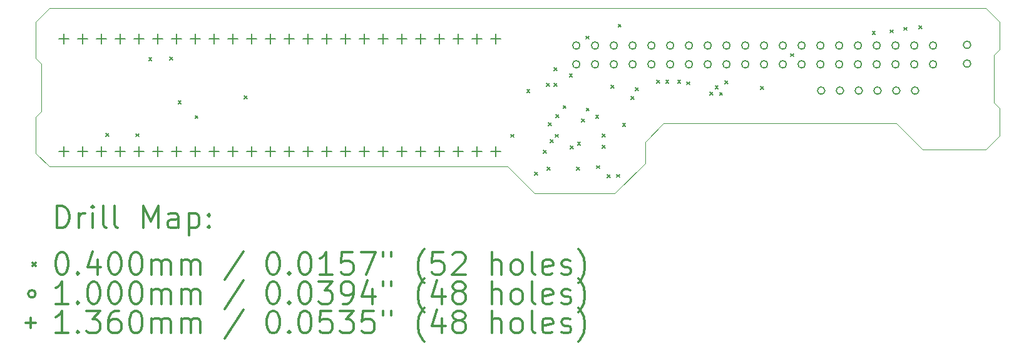
<source format=gbr>
%FSLAX45Y45*%
G04 Gerber Fmt 4.5, Leading zero omitted, Abs format (unit mm)*
G04 Created by KiCad (PCBNEW 5.1.10-88a1d61d58~88~ubuntu18.04.1) date 2021-09-18 16:03:00*
%MOMM*%
%LPD*%
G01*
G04 APERTURE LIST*
%TA.AperFunction,Profile*%
%ADD10C,0.050000*%
%TD*%
%ADD11C,0.200000*%
%ADD12C,0.300000*%
G04 APERTURE END LIST*
D10*
X15540000Y-10537000D02*
X15949000Y-10128000D01*
X15949000Y-9839000D02*
X16196000Y-9592000D01*
X15949000Y-10128000D02*
X15949000Y-9839000D01*
X19352000Y-9592000D02*
X16196000Y-9592000D01*
X19701000Y-9941000D02*
X19352000Y-9592000D01*
X20742000Y-8591000D02*
X20742000Y-8214000D01*
X20669000Y-9311000D02*
X20669000Y-8664000D01*
X20742000Y-9384000D02*
X20669000Y-9311000D01*
X20742000Y-8591000D02*
X20669000Y-8664000D01*
X7780000Y-8781000D02*
X7780000Y-9428000D01*
X7707000Y-8215000D02*
X7707000Y-8708000D01*
X7707000Y-8708000D02*
X7780000Y-8781000D01*
X7707000Y-9501000D02*
X7780000Y-9428000D01*
X20559000Y-8031000D02*
X20742000Y-8214000D01*
X20558000Y-9941000D02*
X20742000Y-9757000D01*
X7889000Y-10176000D02*
X7707000Y-9994000D01*
X14453000Y-10537000D02*
X15540000Y-10537000D01*
X14092000Y-10176000D02*
X14453000Y-10537000D01*
X7891000Y-8031000D02*
X7707000Y-8215000D01*
X7889000Y-10176000D02*
X14092000Y-10176000D01*
X7707000Y-9501000D02*
X7707000Y-9994000D01*
X20558000Y-9941000D02*
X19701000Y-9941000D01*
X20742000Y-9384000D02*
X20742000Y-9757000D01*
X7891000Y-8031000D02*
X20559000Y-8031000D01*
D11*
X8657000Y-9727000D02*
X8697000Y-9767000D01*
X8697000Y-9727000D02*
X8657000Y-9767000D01*
X9063000Y-9729000D02*
X9103000Y-9769000D01*
X9103000Y-9729000D02*
X9063000Y-9769000D01*
X9236000Y-8700000D02*
X9276000Y-8740000D01*
X9276000Y-8700000D02*
X9236000Y-8740000D01*
X9519000Y-8692000D02*
X9559000Y-8732000D01*
X9559000Y-8692000D02*
X9519000Y-8732000D01*
X9633660Y-9285030D02*
X9673660Y-9325030D01*
X9673660Y-9285030D02*
X9633660Y-9325030D01*
X9862450Y-9482998D02*
X9902450Y-9522998D01*
X9902450Y-9482998D02*
X9862450Y-9522998D01*
X10526000Y-9214998D02*
X10566000Y-9254998D01*
X10566000Y-9214998D02*
X10526000Y-9254998D01*
X14135538Y-9736972D02*
X14175538Y-9776972D01*
X14175538Y-9736972D02*
X14135538Y-9776972D01*
X14350000Y-9132000D02*
X14390000Y-9172000D01*
X14390000Y-9132000D02*
X14350000Y-9172000D01*
X14456520Y-10247280D02*
X14496520Y-10287280D01*
X14496520Y-10247280D02*
X14456520Y-10287280D01*
X14573000Y-9952000D02*
X14613000Y-9992000D01*
X14613000Y-9952000D02*
X14573000Y-9992000D01*
X14617820Y-9044760D02*
X14657820Y-9084760D01*
X14657820Y-9044760D02*
X14617820Y-9084760D01*
X14625000Y-10183999D02*
X14665000Y-10223999D01*
X14665000Y-10183999D02*
X14625000Y-10223999D01*
X14641590Y-9578900D02*
X14681590Y-9618900D01*
X14681590Y-9578900D02*
X14641590Y-9618900D01*
X14666070Y-9809120D02*
X14706070Y-9849120D01*
X14706070Y-9809120D02*
X14666070Y-9849120D01*
X14716000Y-8835000D02*
X14756000Y-8875000D01*
X14756000Y-8835000D02*
X14716000Y-8875000D01*
X14719310Y-9044670D02*
X14759310Y-9084670D01*
X14759310Y-9044670D02*
X14719310Y-9084670D01*
X14736800Y-9738380D02*
X14776800Y-9778380D01*
X14776800Y-9738380D02*
X14736800Y-9778380D01*
X14742000Y-9469000D02*
X14782000Y-9509000D01*
X14782000Y-9469000D02*
X14742000Y-9509000D01*
X14840000Y-9348000D02*
X14880000Y-9388000D01*
X14880000Y-9348000D02*
X14840000Y-9388000D01*
X14926000Y-8922000D02*
X14966000Y-8962000D01*
X14966000Y-8922000D02*
X14926000Y-8962000D01*
X14941000Y-9894000D02*
X14981000Y-9934000D01*
X14981000Y-9894000D02*
X14941000Y-9934000D01*
X15023500Y-10183500D02*
X15063500Y-10223500D01*
X15063500Y-10183500D02*
X15023500Y-10223500D01*
X15035502Y-9842499D02*
X15075502Y-9882499D01*
X15075502Y-9842499D02*
X15035502Y-9882499D01*
X15092967Y-9531994D02*
X15132967Y-9571994D01*
X15132967Y-9531994D02*
X15092967Y-9571994D01*
X15148810Y-8408520D02*
X15188810Y-8448520D01*
X15188810Y-8408520D02*
X15148810Y-8448520D01*
X15154640Y-9380850D02*
X15194640Y-9420850D01*
X15194640Y-9380850D02*
X15154640Y-9420850D01*
X15282000Y-9480000D02*
X15322000Y-9520000D01*
X15322000Y-9480000D02*
X15282000Y-9520000D01*
X15295000Y-10161004D02*
X15335000Y-10201004D01*
X15335000Y-10161004D02*
X15295000Y-10201004D01*
X15369780Y-9885210D02*
X15409780Y-9925210D01*
X15409780Y-9885210D02*
X15369780Y-9925210D01*
X15371790Y-9732180D02*
X15411790Y-9772180D01*
X15411790Y-9732180D02*
X15371790Y-9772180D01*
X15438002Y-10282999D02*
X15478002Y-10322999D01*
X15478002Y-10282999D02*
X15438002Y-10322999D01*
X15489000Y-9074000D02*
X15529000Y-9114000D01*
X15529000Y-9074000D02*
X15489000Y-9114000D01*
X15563000Y-10279000D02*
X15603000Y-10319000D01*
X15603000Y-10279000D02*
X15563000Y-10319000D01*
X15586390Y-8248130D02*
X15626390Y-8288130D01*
X15626390Y-8248130D02*
X15586390Y-8288130D01*
X15645928Y-9589684D02*
X15685928Y-9629684D01*
X15685928Y-9589684D02*
X15645928Y-9629684D01*
X15762000Y-9228000D02*
X15802000Y-9268000D01*
X15802000Y-9228000D02*
X15762000Y-9268000D01*
X15816999Y-9104000D02*
X15856999Y-9144000D01*
X15856999Y-9104000D02*
X15816999Y-9144000D01*
X16105500Y-9005500D02*
X16145500Y-9045500D01*
X16145500Y-9005500D02*
X16105500Y-9045500D01*
X16229715Y-9006715D02*
X16269715Y-9046715D01*
X16269715Y-9006715D02*
X16229715Y-9046715D01*
X16391000Y-9004000D02*
X16431000Y-9044000D01*
X16431000Y-9004000D02*
X16391000Y-9044000D01*
X16513001Y-9024992D02*
X16553001Y-9064992D01*
X16553001Y-9024992D02*
X16513001Y-9064992D01*
X16827001Y-9167000D02*
X16867001Y-9207000D01*
X16867001Y-9167000D02*
X16827001Y-9207000D01*
X16897001Y-9081000D02*
X16937001Y-9121000D01*
X16937001Y-9081000D02*
X16897001Y-9121000D01*
X16956410Y-9168924D02*
X16996410Y-9208924D01*
X16996410Y-9168924D02*
X16956410Y-9208924D01*
X17031000Y-9010999D02*
X17071000Y-9050999D01*
X17071000Y-9010999D02*
X17031000Y-9050999D01*
X17509000Y-9087000D02*
X17549000Y-9127000D01*
X17549000Y-9087000D02*
X17509000Y-9127000D01*
X17918000Y-8645000D02*
X17958000Y-8685000D01*
X17958000Y-8645000D02*
X17918000Y-8685000D01*
X19024000Y-8344000D02*
X19064000Y-8384000D01*
X19064000Y-8344000D02*
X19024000Y-8384000D01*
X19262000Y-8323000D02*
X19302000Y-8363000D01*
X19302000Y-8323000D02*
X19262000Y-8363000D01*
X19449000Y-8289000D02*
X19489000Y-8329000D01*
X19489000Y-8289000D02*
X19449000Y-8329000D01*
X19652000Y-8266000D02*
X19692000Y-8306000D01*
X19692000Y-8266000D02*
X19652000Y-8306000D01*
X15069000Y-8536000D02*
G75*
G03*
X15069000Y-8536000I-50000J0D01*
G01*
X15069000Y-8790000D02*
G75*
G03*
X15069000Y-8790000I-50000J0D01*
G01*
X15323000Y-8536000D02*
G75*
G03*
X15323000Y-8536000I-50000J0D01*
G01*
X15323000Y-8790000D02*
G75*
G03*
X15323000Y-8790000I-50000J0D01*
G01*
X15577000Y-8536000D02*
G75*
G03*
X15577000Y-8536000I-50000J0D01*
G01*
X15577000Y-8790000D02*
G75*
G03*
X15577000Y-8790000I-50000J0D01*
G01*
X15831000Y-8536000D02*
G75*
G03*
X15831000Y-8536000I-50000J0D01*
G01*
X15831000Y-8790000D02*
G75*
G03*
X15831000Y-8790000I-50000J0D01*
G01*
X16085000Y-8536000D02*
G75*
G03*
X16085000Y-8536000I-50000J0D01*
G01*
X16085000Y-8790000D02*
G75*
G03*
X16085000Y-8790000I-50000J0D01*
G01*
X16339000Y-8536000D02*
G75*
G03*
X16339000Y-8536000I-50000J0D01*
G01*
X16339000Y-8790000D02*
G75*
G03*
X16339000Y-8790000I-50000J0D01*
G01*
X16593000Y-8536000D02*
G75*
G03*
X16593000Y-8536000I-50000J0D01*
G01*
X16593000Y-8790000D02*
G75*
G03*
X16593000Y-8790000I-50000J0D01*
G01*
X16847000Y-8536000D02*
G75*
G03*
X16847000Y-8536000I-50000J0D01*
G01*
X16847000Y-8790000D02*
G75*
G03*
X16847000Y-8790000I-50000J0D01*
G01*
X17101000Y-8536000D02*
G75*
G03*
X17101000Y-8536000I-50000J0D01*
G01*
X17101000Y-8790000D02*
G75*
G03*
X17101000Y-8790000I-50000J0D01*
G01*
X17355000Y-8536000D02*
G75*
G03*
X17355000Y-8536000I-50000J0D01*
G01*
X17355000Y-8790000D02*
G75*
G03*
X17355000Y-8790000I-50000J0D01*
G01*
X17609000Y-8536000D02*
G75*
G03*
X17609000Y-8536000I-50000J0D01*
G01*
X17609000Y-8790000D02*
G75*
G03*
X17609000Y-8790000I-50000J0D01*
G01*
X17863000Y-8536000D02*
G75*
G03*
X17863000Y-8536000I-50000J0D01*
G01*
X17863000Y-8790000D02*
G75*
G03*
X17863000Y-8790000I-50000J0D01*
G01*
X18117000Y-8536000D02*
G75*
G03*
X18117000Y-8536000I-50000J0D01*
G01*
X18117000Y-8790000D02*
G75*
G03*
X18117000Y-8790000I-50000J0D01*
G01*
X18371000Y-8536000D02*
G75*
G03*
X18371000Y-8536000I-50000J0D01*
G01*
X18371000Y-8790000D02*
G75*
G03*
X18371000Y-8790000I-50000J0D01*
G01*
X18381000Y-9146000D02*
G75*
G03*
X18381000Y-9146000I-50000J0D01*
G01*
X18625000Y-8536000D02*
G75*
G03*
X18625000Y-8536000I-50000J0D01*
G01*
X18625000Y-8790000D02*
G75*
G03*
X18625000Y-8790000I-50000J0D01*
G01*
X18635000Y-9146000D02*
G75*
G03*
X18635000Y-9146000I-50000J0D01*
G01*
X18879000Y-8536000D02*
G75*
G03*
X18879000Y-8536000I-50000J0D01*
G01*
X18879000Y-8790000D02*
G75*
G03*
X18879000Y-8790000I-50000J0D01*
G01*
X18889000Y-9146000D02*
G75*
G03*
X18889000Y-9146000I-50000J0D01*
G01*
X19133000Y-8536000D02*
G75*
G03*
X19133000Y-8536000I-50000J0D01*
G01*
X19133000Y-8790000D02*
G75*
G03*
X19133000Y-8790000I-50000J0D01*
G01*
X19143000Y-9146000D02*
G75*
G03*
X19143000Y-9146000I-50000J0D01*
G01*
X19387000Y-8536000D02*
G75*
G03*
X19387000Y-8536000I-50000J0D01*
G01*
X19387000Y-8790000D02*
G75*
G03*
X19387000Y-8790000I-50000J0D01*
G01*
X19397000Y-9146000D02*
G75*
G03*
X19397000Y-9146000I-50000J0D01*
G01*
X19641000Y-8536000D02*
G75*
G03*
X19641000Y-8536000I-50000J0D01*
G01*
X19641000Y-8790000D02*
G75*
G03*
X19641000Y-8790000I-50000J0D01*
G01*
X19651000Y-9146000D02*
G75*
G03*
X19651000Y-9146000I-50000J0D01*
G01*
X19895000Y-8536000D02*
G75*
G03*
X19895000Y-8536000I-50000J0D01*
G01*
X19895000Y-8790000D02*
G75*
G03*
X19895000Y-8790000I-50000J0D01*
G01*
X20355000Y-8527500D02*
G75*
G03*
X20355000Y-8527500I-50000J0D01*
G01*
X20355000Y-8781500D02*
G75*
G03*
X20355000Y-8781500I-50000J0D01*
G01*
X8089500Y-8377500D02*
X8089500Y-8513500D01*
X8021500Y-8445500D02*
X8157500Y-8445500D01*
X8089500Y-9901500D02*
X8089500Y-10037500D01*
X8021500Y-9969500D02*
X8157500Y-9969500D01*
X8343500Y-8377500D02*
X8343500Y-8513500D01*
X8275500Y-8445500D02*
X8411500Y-8445500D01*
X8343500Y-9901500D02*
X8343500Y-10037500D01*
X8275500Y-9969500D02*
X8411500Y-9969500D01*
X8597500Y-8377500D02*
X8597500Y-8513500D01*
X8529500Y-8445500D02*
X8665500Y-8445500D01*
X8597500Y-9901500D02*
X8597500Y-10037500D01*
X8529500Y-9969500D02*
X8665500Y-9969500D01*
X8851500Y-8377500D02*
X8851500Y-8513500D01*
X8783500Y-8445500D02*
X8919500Y-8445500D01*
X8851500Y-9901500D02*
X8851500Y-10037500D01*
X8783500Y-9969500D02*
X8919500Y-9969500D01*
X9105500Y-8377500D02*
X9105500Y-8513500D01*
X9037500Y-8445500D02*
X9173500Y-8445500D01*
X9105500Y-9901500D02*
X9105500Y-10037500D01*
X9037500Y-9969500D02*
X9173500Y-9969500D01*
X9359500Y-8377500D02*
X9359500Y-8513500D01*
X9291500Y-8445500D02*
X9427500Y-8445500D01*
X9359500Y-9901500D02*
X9359500Y-10037500D01*
X9291500Y-9969500D02*
X9427500Y-9969500D01*
X9613500Y-8377500D02*
X9613500Y-8513500D01*
X9545500Y-8445500D02*
X9681500Y-8445500D01*
X9613500Y-9901500D02*
X9613500Y-10037500D01*
X9545500Y-9969500D02*
X9681500Y-9969500D01*
X9867500Y-8377500D02*
X9867500Y-8513500D01*
X9799500Y-8445500D02*
X9935500Y-8445500D01*
X9867500Y-9901500D02*
X9867500Y-10037500D01*
X9799500Y-9969500D02*
X9935500Y-9969500D01*
X10121500Y-8377500D02*
X10121500Y-8513500D01*
X10053500Y-8445500D02*
X10189500Y-8445500D01*
X10121500Y-9901500D02*
X10121500Y-10037500D01*
X10053500Y-9969500D02*
X10189500Y-9969500D01*
X10375500Y-8377500D02*
X10375500Y-8513500D01*
X10307500Y-8445500D02*
X10443500Y-8445500D01*
X10375500Y-9901500D02*
X10375500Y-10037500D01*
X10307500Y-9969500D02*
X10443500Y-9969500D01*
X10629500Y-8377500D02*
X10629500Y-8513500D01*
X10561500Y-8445500D02*
X10697500Y-8445500D01*
X10629500Y-9901500D02*
X10629500Y-10037500D01*
X10561500Y-9969500D02*
X10697500Y-9969500D01*
X10883500Y-8377500D02*
X10883500Y-8513500D01*
X10815500Y-8445500D02*
X10951500Y-8445500D01*
X10883500Y-9901500D02*
X10883500Y-10037500D01*
X10815500Y-9969500D02*
X10951500Y-9969500D01*
X11137500Y-8377500D02*
X11137500Y-8513500D01*
X11069500Y-8445500D02*
X11205500Y-8445500D01*
X11137500Y-9901500D02*
X11137500Y-10037500D01*
X11069500Y-9969500D02*
X11205500Y-9969500D01*
X11391500Y-8377500D02*
X11391500Y-8513500D01*
X11323500Y-8445500D02*
X11459500Y-8445500D01*
X11391500Y-9901500D02*
X11391500Y-10037500D01*
X11323500Y-9969500D02*
X11459500Y-9969500D01*
X11645500Y-8377500D02*
X11645500Y-8513500D01*
X11577500Y-8445500D02*
X11713500Y-8445500D01*
X11645500Y-9901500D02*
X11645500Y-10037500D01*
X11577500Y-9969500D02*
X11713500Y-9969500D01*
X11899500Y-8377500D02*
X11899500Y-8513500D01*
X11831500Y-8445500D02*
X11967500Y-8445500D01*
X11899500Y-9901500D02*
X11899500Y-10037500D01*
X11831500Y-9969500D02*
X11967500Y-9969500D01*
X12153500Y-8377500D02*
X12153500Y-8513500D01*
X12085500Y-8445500D02*
X12221500Y-8445500D01*
X12153500Y-9901500D02*
X12153500Y-10037500D01*
X12085500Y-9969500D02*
X12221500Y-9969500D01*
X12407500Y-8377500D02*
X12407500Y-8513500D01*
X12339500Y-8445500D02*
X12475500Y-8445500D01*
X12407500Y-9901500D02*
X12407500Y-10037500D01*
X12339500Y-9969500D02*
X12475500Y-9969500D01*
X12661500Y-8377500D02*
X12661500Y-8513500D01*
X12593500Y-8445500D02*
X12729500Y-8445500D01*
X12661500Y-9901500D02*
X12661500Y-10037500D01*
X12593500Y-9969500D02*
X12729500Y-9969500D01*
X12915500Y-8377500D02*
X12915500Y-8513500D01*
X12847500Y-8445500D02*
X12983500Y-8445500D01*
X12915500Y-9901500D02*
X12915500Y-10037500D01*
X12847500Y-9969500D02*
X12983500Y-9969500D01*
X13169500Y-8377500D02*
X13169500Y-8513500D01*
X13101500Y-8445500D02*
X13237500Y-8445500D01*
X13169500Y-9901500D02*
X13169500Y-10037500D01*
X13101500Y-9969500D02*
X13237500Y-9969500D01*
X13423500Y-8377500D02*
X13423500Y-8513500D01*
X13355500Y-8445500D02*
X13491500Y-8445500D01*
X13423500Y-9901500D02*
X13423500Y-10037500D01*
X13355500Y-9969500D02*
X13491500Y-9969500D01*
X13677500Y-8377500D02*
X13677500Y-8513500D01*
X13609500Y-8445500D02*
X13745500Y-8445500D01*
X13677500Y-9901500D02*
X13677500Y-10037500D01*
X13609500Y-9969500D02*
X13745500Y-9969500D01*
X13931500Y-8377500D02*
X13931500Y-8513500D01*
X13863500Y-8445500D02*
X13999500Y-8445500D01*
X13931500Y-9901500D02*
X13931500Y-10037500D01*
X13863500Y-9969500D02*
X13999500Y-9969500D01*
D12*
X7990928Y-11005214D02*
X7990928Y-10705214D01*
X8062357Y-10705214D01*
X8105214Y-10719500D01*
X8133786Y-10748072D01*
X8148071Y-10776643D01*
X8162357Y-10833786D01*
X8162357Y-10876643D01*
X8148071Y-10933786D01*
X8133786Y-10962357D01*
X8105214Y-10990929D01*
X8062357Y-11005214D01*
X7990928Y-11005214D01*
X8290928Y-11005214D02*
X8290928Y-10805214D01*
X8290928Y-10862357D02*
X8305214Y-10833786D01*
X8319500Y-10819500D01*
X8348071Y-10805214D01*
X8376643Y-10805214D01*
X8476643Y-11005214D02*
X8476643Y-10805214D01*
X8476643Y-10705214D02*
X8462357Y-10719500D01*
X8476643Y-10733786D01*
X8490928Y-10719500D01*
X8476643Y-10705214D01*
X8476643Y-10733786D01*
X8662357Y-11005214D02*
X8633786Y-10990929D01*
X8619500Y-10962357D01*
X8619500Y-10705214D01*
X8819500Y-11005214D02*
X8790928Y-10990929D01*
X8776643Y-10962357D01*
X8776643Y-10705214D01*
X9162357Y-11005214D02*
X9162357Y-10705214D01*
X9262357Y-10919500D01*
X9362357Y-10705214D01*
X9362357Y-11005214D01*
X9633786Y-11005214D02*
X9633786Y-10848072D01*
X9619500Y-10819500D01*
X9590928Y-10805214D01*
X9533786Y-10805214D01*
X9505214Y-10819500D01*
X9633786Y-10990929D02*
X9605214Y-11005214D01*
X9533786Y-11005214D01*
X9505214Y-10990929D01*
X9490928Y-10962357D01*
X9490928Y-10933786D01*
X9505214Y-10905214D01*
X9533786Y-10890929D01*
X9605214Y-10890929D01*
X9633786Y-10876643D01*
X9776643Y-10805214D02*
X9776643Y-11105214D01*
X9776643Y-10819500D02*
X9805214Y-10805214D01*
X9862357Y-10805214D01*
X9890928Y-10819500D01*
X9905214Y-10833786D01*
X9919500Y-10862357D01*
X9919500Y-10948072D01*
X9905214Y-10976643D01*
X9890928Y-10990929D01*
X9862357Y-11005214D01*
X9805214Y-11005214D01*
X9776643Y-10990929D01*
X10048071Y-10976643D02*
X10062357Y-10990929D01*
X10048071Y-11005214D01*
X10033786Y-10990929D01*
X10048071Y-10976643D01*
X10048071Y-11005214D01*
X10048071Y-10819500D02*
X10062357Y-10833786D01*
X10048071Y-10848072D01*
X10033786Y-10833786D01*
X10048071Y-10819500D01*
X10048071Y-10848072D01*
X7664500Y-11479500D02*
X7704500Y-11519500D01*
X7704500Y-11479500D02*
X7664500Y-11519500D01*
X8048071Y-11335214D02*
X8076643Y-11335214D01*
X8105214Y-11349500D01*
X8119500Y-11363786D01*
X8133786Y-11392357D01*
X8148071Y-11449500D01*
X8148071Y-11520929D01*
X8133786Y-11578071D01*
X8119500Y-11606643D01*
X8105214Y-11620929D01*
X8076643Y-11635214D01*
X8048071Y-11635214D01*
X8019500Y-11620929D01*
X8005214Y-11606643D01*
X7990928Y-11578071D01*
X7976643Y-11520929D01*
X7976643Y-11449500D01*
X7990928Y-11392357D01*
X8005214Y-11363786D01*
X8019500Y-11349500D01*
X8048071Y-11335214D01*
X8276643Y-11606643D02*
X8290928Y-11620929D01*
X8276643Y-11635214D01*
X8262357Y-11620929D01*
X8276643Y-11606643D01*
X8276643Y-11635214D01*
X8548071Y-11435214D02*
X8548071Y-11635214D01*
X8476643Y-11320929D02*
X8405214Y-11535214D01*
X8590928Y-11535214D01*
X8762357Y-11335214D02*
X8790928Y-11335214D01*
X8819500Y-11349500D01*
X8833786Y-11363786D01*
X8848071Y-11392357D01*
X8862357Y-11449500D01*
X8862357Y-11520929D01*
X8848071Y-11578071D01*
X8833786Y-11606643D01*
X8819500Y-11620929D01*
X8790928Y-11635214D01*
X8762357Y-11635214D01*
X8733786Y-11620929D01*
X8719500Y-11606643D01*
X8705214Y-11578071D01*
X8690928Y-11520929D01*
X8690928Y-11449500D01*
X8705214Y-11392357D01*
X8719500Y-11363786D01*
X8733786Y-11349500D01*
X8762357Y-11335214D01*
X9048071Y-11335214D02*
X9076643Y-11335214D01*
X9105214Y-11349500D01*
X9119500Y-11363786D01*
X9133786Y-11392357D01*
X9148071Y-11449500D01*
X9148071Y-11520929D01*
X9133786Y-11578071D01*
X9119500Y-11606643D01*
X9105214Y-11620929D01*
X9076643Y-11635214D01*
X9048071Y-11635214D01*
X9019500Y-11620929D01*
X9005214Y-11606643D01*
X8990928Y-11578071D01*
X8976643Y-11520929D01*
X8976643Y-11449500D01*
X8990928Y-11392357D01*
X9005214Y-11363786D01*
X9019500Y-11349500D01*
X9048071Y-11335214D01*
X9276643Y-11635214D02*
X9276643Y-11435214D01*
X9276643Y-11463786D02*
X9290928Y-11449500D01*
X9319500Y-11435214D01*
X9362357Y-11435214D01*
X9390928Y-11449500D01*
X9405214Y-11478071D01*
X9405214Y-11635214D01*
X9405214Y-11478071D02*
X9419500Y-11449500D01*
X9448071Y-11435214D01*
X9490928Y-11435214D01*
X9519500Y-11449500D01*
X9533786Y-11478071D01*
X9533786Y-11635214D01*
X9676643Y-11635214D02*
X9676643Y-11435214D01*
X9676643Y-11463786D02*
X9690928Y-11449500D01*
X9719500Y-11435214D01*
X9762357Y-11435214D01*
X9790928Y-11449500D01*
X9805214Y-11478071D01*
X9805214Y-11635214D01*
X9805214Y-11478071D02*
X9819500Y-11449500D01*
X9848071Y-11435214D01*
X9890928Y-11435214D01*
X9919500Y-11449500D01*
X9933786Y-11478071D01*
X9933786Y-11635214D01*
X10519500Y-11320929D02*
X10262357Y-11706643D01*
X10905214Y-11335214D02*
X10933786Y-11335214D01*
X10962357Y-11349500D01*
X10976643Y-11363786D01*
X10990928Y-11392357D01*
X11005214Y-11449500D01*
X11005214Y-11520929D01*
X10990928Y-11578071D01*
X10976643Y-11606643D01*
X10962357Y-11620929D01*
X10933786Y-11635214D01*
X10905214Y-11635214D01*
X10876643Y-11620929D01*
X10862357Y-11606643D01*
X10848071Y-11578071D01*
X10833786Y-11520929D01*
X10833786Y-11449500D01*
X10848071Y-11392357D01*
X10862357Y-11363786D01*
X10876643Y-11349500D01*
X10905214Y-11335214D01*
X11133786Y-11606643D02*
X11148071Y-11620929D01*
X11133786Y-11635214D01*
X11119500Y-11620929D01*
X11133786Y-11606643D01*
X11133786Y-11635214D01*
X11333786Y-11335214D02*
X11362357Y-11335214D01*
X11390928Y-11349500D01*
X11405214Y-11363786D01*
X11419500Y-11392357D01*
X11433786Y-11449500D01*
X11433786Y-11520929D01*
X11419500Y-11578071D01*
X11405214Y-11606643D01*
X11390928Y-11620929D01*
X11362357Y-11635214D01*
X11333786Y-11635214D01*
X11305214Y-11620929D01*
X11290928Y-11606643D01*
X11276643Y-11578071D01*
X11262357Y-11520929D01*
X11262357Y-11449500D01*
X11276643Y-11392357D01*
X11290928Y-11363786D01*
X11305214Y-11349500D01*
X11333786Y-11335214D01*
X11719500Y-11635214D02*
X11548071Y-11635214D01*
X11633786Y-11635214D02*
X11633786Y-11335214D01*
X11605214Y-11378071D01*
X11576643Y-11406643D01*
X11548071Y-11420929D01*
X11990928Y-11335214D02*
X11848071Y-11335214D01*
X11833786Y-11478071D01*
X11848071Y-11463786D01*
X11876643Y-11449500D01*
X11948071Y-11449500D01*
X11976643Y-11463786D01*
X11990928Y-11478071D01*
X12005214Y-11506643D01*
X12005214Y-11578071D01*
X11990928Y-11606643D01*
X11976643Y-11620929D01*
X11948071Y-11635214D01*
X11876643Y-11635214D01*
X11848071Y-11620929D01*
X11833786Y-11606643D01*
X12105214Y-11335214D02*
X12305214Y-11335214D01*
X12176643Y-11635214D01*
X12405214Y-11335214D02*
X12405214Y-11392357D01*
X12519500Y-11335214D02*
X12519500Y-11392357D01*
X12962357Y-11749500D02*
X12948071Y-11735214D01*
X12919500Y-11692357D01*
X12905214Y-11663786D01*
X12890928Y-11620929D01*
X12876643Y-11549500D01*
X12876643Y-11492357D01*
X12890928Y-11420929D01*
X12905214Y-11378071D01*
X12919500Y-11349500D01*
X12948071Y-11306643D01*
X12962357Y-11292357D01*
X13219500Y-11335214D02*
X13076643Y-11335214D01*
X13062357Y-11478071D01*
X13076643Y-11463786D01*
X13105214Y-11449500D01*
X13176643Y-11449500D01*
X13205214Y-11463786D01*
X13219500Y-11478071D01*
X13233786Y-11506643D01*
X13233786Y-11578071D01*
X13219500Y-11606643D01*
X13205214Y-11620929D01*
X13176643Y-11635214D01*
X13105214Y-11635214D01*
X13076643Y-11620929D01*
X13062357Y-11606643D01*
X13348071Y-11363786D02*
X13362357Y-11349500D01*
X13390928Y-11335214D01*
X13462357Y-11335214D01*
X13490928Y-11349500D01*
X13505214Y-11363786D01*
X13519500Y-11392357D01*
X13519500Y-11420929D01*
X13505214Y-11463786D01*
X13333786Y-11635214D01*
X13519500Y-11635214D01*
X13876643Y-11635214D02*
X13876643Y-11335214D01*
X14005214Y-11635214D02*
X14005214Y-11478071D01*
X13990928Y-11449500D01*
X13962357Y-11435214D01*
X13919500Y-11435214D01*
X13890928Y-11449500D01*
X13876643Y-11463786D01*
X14190928Y-11635214D02*
X14162357Y-11620929D01*
X14148071Y-11606643D01*
X14133786Y-11578071D01*
X14133786Y-11492357D01*
X14148071Y-11463786D01*
X14162357Y-11449500D01*
X14190928Y-11435214D01*
X14233786Y-11435214D01*
X14262357Y-11449500D01*
X14276643Y-11463786D01*
X14290928Y-11492357D01*
X14290928Y-11578071D01*
X14276643Y-11606643D01*
X14262357Y-11620929D01*
X14233786Y-11635214D01*
X14190928Y-11635214D01*
X14462357Y-11635214D02*
X14433786Y-11620929D01*
X14419500Y-11592357D01*
X14419500Y-11335214D01*
X14690928Y-11620929D02*
X14662357Y-11635214D01*
X14605214Y-11635214D01*
X14576643Y-11620929D01*
X14562357Y-11592357D01*
X14562357Y-11478071D01*
X14576643Y-11449500D01*
X14605214Y-11435214D01*
X14662357Y-11435214D01*
X14690928Y-11449500D01*
X14705214Y-11478071D01*
X14705214Y-11506643D01*
X14562357Y-11535214D01*
X14819500Y-11620929D02*
X14848071Y-11635214D01*
X14905214Y-11635214D01*
X14933786Y-11620929D01*
X14948071Y-11592357D01*
X14948071Y-11578071D01*
X14933786Y-11549500D01*
X14905214Y-11535214D01*
X14862357Y-11535214D01*
X14833786Y-11520929D01*
X14819500Y-11492357D01*
X14819500Y-11478071D01*
X14833786Y-11449500D01*
X14862357Y-11435214D01*
X14905214Y-11435214D01*
X14933786Y-11449500D01*
X15048071Y-11749500D02*
X15062357Y-11735214D01*
X15090928Y-11692357D01*
X15105214Y-11663786D01*
X15119500Y-11620929D01*
X15133786Y-11549500D01*
X15133786Y-11492357D01*
X15119500Y-11420929D01*
X15105214Y-11378071D01*
X15090928Y-11349500D01*
X15062357Y-11306643D01*
X15048071Y-11292357D01*
X7704500Y-11895500D02*
G75*
G03*
X7704500Y-11895500I-50000J0D01*
G01*
X8148071Y-12031214D02*
X7976643Y-12031214D01*
X8062357Y-12031214D02*
X8062357Y-11731214D01*
X8033786Y-11774071D01*
X8005214Y-11802643D01*
X7976643Y-11816929D01*
X8276643Y-12002643D02*
X8290928Y-12016929D01*
X8276643Y-12031214D01*
X8262357Y-12016929D01*
X8276643Y-12002643D01*
X8276643Y-12031214D01*
X8476643Y-11731214D02*
X8505214Y-11731214D01*
X8533786Y-11745500D01*
X8548071Y-11759786D01*
X8562357Y-11788357D01*
X8576643Y-11845500D01*
X8576643Y-11916929D01*
X8562357Y-11974071D01*
X8548071Y-12002643D01*
X8533786Y-12016929D01*
X8505214Y-12031214D01*
X8476643Y-12031214D01*
X8448071Y-12016929D01*
X8433786Y-12002643D01*
X8419500Y-11974071D01*
X8405214Y-11916929D01*
X8405214Y-11845500D01*
X8419500Y-11788357D01*
X8433786Y-11759786D01*
X8448071Y-11745500D01*
X8476643Y-11731214D01*
X8762357Y-11731214D02*
X8790928Y-11731214D01*
X8819500Y-11745500D01*
X8833786Y-11759786D01*
X8848071Y-11788357D01*
X8862357Y-11845500D01*
X8862357Y-11916929D01*
X8848071Y-11974071D01*
X8833786Y-12002643D01*
X8819500Y-12016929D01*
X8790928Y-12031214D01*
X8762357Y-12031214D01*
X8733786Y-12016929D01*
X8719500Y-12002643D01*
X8705214Y-11974071D01*
X8690928Y-11916929D01*
X8690928Y-11845500D01*
X8705214Y-11788357D01*
X8719500Y-11759786D01*
X8733786Y-11745500D01*
X8762357Y-11731214D01*
X9048071Y-11731214D02*
X9076643Y-11731214D01*
X9105214Y-11745500D01*
X9119500Y-11759786D01*
X9133786Y-11788357D01*
X9148071Y-11845500D01*
X9148071Y-11916929D01*
X9133786Y-11974071D01*
X9119500Y-12002643D01*
X9105214Y-12016929D01*
X9076643Y-12031214D01*
X9048071Y-12031214D01*
X9019500Y-12016929D01*
X9005214Y-12002643D01*
X8990928Y-11974071D01*
X8976643Y-11916929D01*
X8976643Y-11845500D01*
X8990928Y-11788357D01*
X9005214Y-11759786D01*
X9019500Y-11745500D01*
X9048071Y-11731214D01*
X9276643Y-12031214D02*
X9276643Y-11831214D01*
X9276643Y-11859786D02*
X9290928Y-11845500D01*
X9319500Y-11831214D01*
X9362357Y-11831214D01*
X9390928Y-11845500D01*
X9405214Y-11874071D01*
X9405214Y-12031214D01*
X9405214Y-11874071D02*
X9419500Y-11845500D01*
X9448071Y-11831214D01*
X9490928Y-11831214D01*
X9519500Y-11845500D01*
X9533786Y-11874071D01*
X9533786Y-12031214D01*
X9676643Y-12031214D02*
X9676643Y-11831214D01*
X9676643Y-11859786D02*
X9690928Y-11845500D01*
X9719500Y-11831214D01*
X9762357Y-11831214D01*
X9790928Y-11845500D01*
X9805214Y-11874071D01*
X9805214Y-12031214D01*
X9805214Y-11874071D02*
X9819500Y-11845500D01*
X9848071Y-11831214D01*
X9890928Y-11831214D01*
X9919500Y-11845500D01*
X9933786Y-11874071D01*
X9933786Y-12031214D01*
X10519500Y-11716929D02*
X10262357Y-12102643D01*
X10905214Y-11731214D02*
X10933786Y-11731214D01*
X10962357Y-11745500D01*
X10976643Y-11759786D01*
X10990928Y-11788357D01*
X11005214Y-11845500D01*
X11005214Y-11916929D01*
X10990928Y-11974071D01*
X10976643Y-12002643D01*
X10962357Y-12016929D01*
X10933786Y-12031214D01*
X10905214Y-12031214D01*
X10876643Y-12016929D01*
X10862357Y-12002643D01*
X10848071Y-11974071D01*
X10833786Y-11916929D01*
X10833786Y-11845500D01*
X10848071Y-11788357D01*
X10862357Y-11759786D01*
X10876643Y-11745500D01*
X10905214Y-11731214D01*
X11133786Y-12002643D02*
X11148071Y-12016929D01*
X11133786Y-12031214D01*
X11119500Y-12016929D01*
X11133786Y-12002643D01*
X11133786Y-12031214D01*
X11333786Y-11731214D02*
X11362357Y-11731214D01*
X11390928Y-11745500D01*
X11405214Y-11759786D01*
X11419500Y-11788357D01*
X11433786Y-11845500D01*
X11433786Y-11916929D01*
X11419500Y-11974071D01*
X11405214Y-12002643D01*
X11390928Y-12016929D01*
X11362357Y-12031214D01*
X11333786Y-12031214D01*
X11305214Y-12016929D01*
X11290928Y-12002643D01*
X11276643Y-11974071D01*
X11262357Y-11916929D01*
X11262357Y-11845500D01*
X11276643Y-11788357D01*
X11290928Y-11759786D01*
X11305214Y-11745500D01*
X11333786Y-11731214D01*
X11533786Y-11731214D02*
X11719500Y-11731214D01*
X11619500Y-11845500D01*
X11662357Y-11845500D01*
X11690928Y-11859786D01*
X11705214Y-11874071D01*
X11719500Y-11902643D01*
X11719500Y-11974071D01*
X11705214Y-12002643D01*
X11690928Y-12016929D01*
X11662357Y-12031214D01*
X11576643Y-12031214D01*
X11548071Y-12016929D01*
X11533786Y-12002643D01*
X11862357Y-12031214D02*
X11919500Y-12031214D01*
X11948071Y-12016929D01*
X11962357Y-12002643D01*
X11990928Y-11959786D01*
X12005214Y-11902643D01*
X12005214Y-11788357D01*
X11990928Y-11759786D01*
X11976643Y-11745500D01*
X11948071Y-11731214D01*
X11890928Y-11731214D01*
X11862357Y-11745500D01*
X11848071Y-11759786D01*
X11833786Y-11788357D01*
X11833786Y-11859786D01*
X11848071Y-11888357D01*
X11862357Y-11902643D01*
X11890928Y-11916929D01*
X11948071Y-11916929D01*
X11976643Y-11902643D01*
X11990928Y-11888357D01*
X12005214Y-11859786D01*
X12262357Y-11831214D02*
X12262357Y-12031214D01*
X12190928Y-11716929D02*
X12119500Y-11931214D01*
X12305214Y-11931214D01*
X12405214Y-11731214D02*
X12405214Y-11788357D01*
X12519500Y-11731214D02*
X12519500Y-11788357D01*
X12962357Y-12145500D02*
X12948071Y-12131214D01*
X12919500Y-12088357D01*
X12905214Y-12059786D01*
X12890928Y-12016929D01*
X12876643Y-11945500D01*
X12876643Y-11888357D01*
X12890928Y-11816929D01*
X12905214Y-11774071D01*
X12919500Y-11745500D01*
X12948071Y-11702643D01*
X12962357Y-11688357D01*
X13205214Y-11831214D02*
X13205214Y-12031214D01*
X13133786Y-11716929D02*
X13062357Y-11931214D01*
X13248071Y-11931214D01*
X13405214Y-11859786D02*
X13376643Y-11845500D01*
X13362357Y-11831214D01*
X13348071Y-11802643D01*
X13348071Y-11788357D01*
X13362357Y-11759786D01*
X13376643Y-11745500D01*
X13405214Y-11731214D01*
X13462357Y-11731214D01*
X13490928Y-11745500D01*
X13505214Y-11759786D01*
X13519500Y-11788357D01*
X13519500Y-11802643D01*
X13505214Y-11831214D01*
X13490928Y-11845500D01*
X13462357Y-11859786D01*
X13405214Y-11859786D01*
X13376643Y-11874071D01*
X13362357Y-11888357D01*
X13348071Y-11916929D01*
X13348071Y-11974071D01*
X13362357Y-12002643D01*
X13376643Y-12016929D01*
X13405214Y-12031214D01*
X13462357Y-12031214D01*
X13490928Y-12016929D01*
X13505214Y-12002643D01*
X13519500Y-11974071D01*
X13519500Y-11916929D01*
X13505214Y-11888357D01*
X13490928Y-11874071D01*
X13462357Y-11859786D01*
X13876643Y-12031214D02*
X13876643Y-11731214D01*
X14005214Y-12031214D02*
X14005214Y-11874071D01*
X13990928Y-11845500D01*
X13962357Y-11831214D01*
X13919500Y-11831214D01*
X13890928Y-11845500D01*
X13876643Y-11859786D01*
X14190928Y-12031214D02*
X14162357Y-12016929D01*
X14148071Y-12002643D01*
X14133786Y-11974071D01*
X14133786Y-11888357D01*
X14148071Y-11859786D01*
X14162357Y-11845500D01*
X14190928Y-11831214D01*
X14233786Y-11831214D01*
X14262357Y-11845500D01*
X14276643Y-11859786D01*
X14290928Y-11888357D01*
X14290928Y-11974071D01*
X14276643Y-12002643D01*
X14262357Y-12016929D01*
X14233786Y-12031214D01*
X14190928Y-12031214D01*
X14462357Y-12031214D02*
X14433786Y-12016929D01*
X14419500Y-11988357D01*
X14419500Y-11731214D01*
X14690928Y-12016929D02*
X14662357Y-12031214D01*
X14605214Y-12031214D01*
X14576643Y-12016929D01*
X14562357Y-11988357D01*
X14562357Y-11874071D01*
X14576643Y-11845500D01*
X14605214Y-11831214D01*
X14662357Y-11831214D01*
X14690928Y-11845500D01*
X14705214Y-11874071D01*
X14705214Y-11902643D01*
X14562357Y-11931214D01*
X14819500Y-12016929D02*
X14848071Y-12031214D01*
X14905214Y-12031214D01*
X14933786Y-12016929D01*
X14948071Y-11988357D01*
X14948071Y-11974071D01*
X14933786Y-11945500D01*
X14905214Y-11931214D01*
X14862357Y-11931214D01*
X14833786Y-11916929D01*
X14819500Y-11888357D01*
X14819500Y-11874071D01*
X14833786Y-11845500D01*
X14862357Y-11831214D01*
X14905214Y-11831214D01*
X14933786Y-11845500D01*
X15048071Y-12145500D02*
X15062357Y-12131214D01*
X15090928Y-12088357D01*
X15105214Y-12059786D01*
X15119500Y-12016929D01*
X15133786Y-11945500D01*
X15133786Y-11888357D01*
X15119500Y-11816929D01*
X15105214Y-11774071D01*
X15090928Y-11745500D01*
X15062357Y-11702643D01*
X15048071Y-11688357D01*
X7636500Y-12223500D02*
X7636500Y-12359500D01*
X7568500Y-12291500D02*
X7704500Y-12291500D01*
X8148071Y-12427214D02*
X7976643Y-12427214D01*
X8062357Y-12427214D02*
X8062357Y-12127214D01*
X8033786Y-12170071D01*
X8005214Y-12198643D01*
X7976643Y-12212929D01*
X8276643Y-12398643D02*
X8290928Y-12412929D01*
X8276643Y-12427214D01*
X8262357Y-12412929D01*
X8276643Y-12398643D01*
X8276643Y-12427214D01*
X8390928Y-12127214D02*
X8576643Y-12127214D01*
X8476643Y-12241500D01*
X8519500Y-12241500D01*
X8548071Y-12255786D01*
X8562357Y-12270071D01*
X8576643Y-12298643D01*
X8576643Y-12370071D01*
X8562357Y-12398643D01*
X8548071Y-12412929D01*
X8519500Y-12427214D01*
X8433786Y-12427214D01*
X8405214Y-12412929D01*
X8390928Y-12398643D01*
X8833786Y-12127214D02*
X8776643Y-12127214D01*
X8748071Y-12141500D01*
X8733786Y-12155786D01*
X8705214Y-12198643D01*
X8690928Y-12255786D01*
X8690928Y-12370071D01*
X8705214Y-12398643D01*
X8719500Y-12412929D01*
X8748071Y-12427214D01*
X8805214Y-12427214D01*
X8833786Y-12412929D01*
X8848071Y-12398643D01*
X8862357Y-12370071D01*
X8862357Y-12298643D01*
X8848071Y-12270071D01*
X8833786Y-12255786D01*
X8805214Y-12241500D01*
X8748071Y-12241500D01*
X8719500Y-12255786D01*
X8705214Y-12270071D01*
X8690928Y-12298643D01*
X9048071Y-12127214D02*
X9076643Y-12127214D01*
X9105214Y-12141500D01*
X9119500Y-12155786D01*
X9133786Y-12184357D01*
X9148071Y-12241500D01*
X9148071Y-12312929D01*
X9133786Y-12370071D01*
X9119500Y-12398643D01*
X9105214Y-12412929D01*
X9076643Y-12427214D01*
X9048071Y-12427214D01*
X9019500Y-12412929D01*
X9005214Y-12398643D01*
X8990928Y-12370071D01*
X8976643Y-12312929D01*
X8976643Y-12241500D01*
X8990928Y-12184357D01*
X9005214Y-12155786D01*
X9019500Y-12141500D01*
X9048071Y-12127214D01*
X9276643Y-12427214D02*
X9276643Y-12227214D01*
X9276643Y-12255786D02*
X9290928Y-12241500D01*
X9319500Y-12227214D01*
X9362357Y-12227214D01*
X9390928Y-12241500D01*
X9405214Y-12270071D01*
X9405214Y-12427214D01*
X9405214Y-12270071D02*
X9419500Y-12241500D01*
X9448071Y-12227214D01*
X9490928Y-12227214D01*
X9519500Y-12241500D01*
X9533786Y-12270071D01*
X9533786Y-12427214D01*
X9676643Y-12427214D02*
X9676643Y-12227214D01*
X9676643Y-12255786D02*
X9690928Y-12241500D01*
X9719500Y-12227214D01*
X9762357Y-12227214D01*
X9790928Y-12241500D01*
X9805214Y-12270071D01*
X9805214Y-12427214D01*
X9805214Y-12270071D02*
X9819500Y-12241500D01*
X9848071Y-12227214D01*
X9890928Y-12227214D01*
X9919500Y-12241500D01*
X9933786Y-12270071D01*
X9933786Y-12427214D01*
X10519500Y-12112929D02*
X10262357Y-12498643D01*
X10905214Y-12127214D02*
X10933786Y-12127214D01*
X10962357Y-12141500D01*
X10976643Y-12155786D01*
X10990928Y-12184357D01*
X11005214Y-12241500D01*
X11005214Y-12312929D01*
X10990928Y-12370071D01*
X10976643Y-12398643D01*
X10962357Y-12412929D01*
X10933786Y-12427214D01*
X10905214Y-12427214D01*
X10876643Y-12412929D01*
X10862357Y-12398643D01*
X10848071Y-12370071D01*
X10833786Y-12312929D01*
X10833786Y-12241500D01*
X10848071Y-12184357D01*
X10862357Y-12155786D01*
X10876643Y-12141500D01*
X10905214Y-12127214D01*
X11133786Y-12398643D02*
X11148071Y-12412929D01*
X11133786Y-12427214D01*
X11119500Y-12412929D01*
X11133786Y-12398643D01*
X11133786Y-12427214D01*
X11333786Y-12127214D02*
X11362357Y-12127214D01*
X11390928Y-12141500D01*
X11405214Y-12155786D01*
X11419500Y-12184357D01*
X11433786Y-12241500D01*
X11433786Y-12312929D01*
X11419500Y-12370071D01*
X11405214Y-12398643D01*
X11390928Y-12412929D01*
X11362357Y-12427214D01*
X11333786Y-12427214D01*
X11305214Y-12412929D01*
X11290928Y-12398643D01*
X11276643Y-12370071D01*
X11262357Y-12312929D01*
X11262357Y-12241500D01*
X11276643Y-12184357D01*
X11290928Y-12155786D01*
X11305214Y-12141500D01*
X11333786Y-12127214D01*
X11705214Y-12127214D02*
X11562357Y-12127214D01*
X11548071Y-12270071D01*
X11562357Y-12255786D01*
X11590928Y-12241500D01*
X11662357Y-12241500D01*
X11690928Y-12255786D01*
X11705214Y-12270071D01*
X11719500Y-12298643D01*
X11719500Y-12370071D01*
X11705214Y-12398643D01*
X11690928Y-12412929D01*
X11662357Y-12427214D01*
X11590928Y-12427214D01*
X11562357Y-12412929D01*
X11548071Y-12398643D01*
X11819500Y-12127214D02*
X12005214Y-12127214D01*
X11905214Y-12241500D01*
X11948071Y-12241500D01*
X11976643Y-12255786D01*
X11990928Y-12270071D01*
X12005214Y-12298643D01*
X12005214Y-12370071D01*
X11990928Y-12398643D01*
X11976643Y-12412929D01*
X11948071Y-12427214D01*
X11862357Y-12427214D01*
X11833786Y-12412929D01*
X11819500Y-12398643D01*
X12276643Y-12127214D02*
X12133786Y-12127214D01*
X12119500Y-12270071D01*
X12133786Y-12255786D01*
X12162357Y-12241500D01*
X12233786Y-12241500D01*
X12262357Y-12255786D01*
X12276643Y-12270071D01*
X12290928Y-12298643D01*
X12290928Y-12370071D01*
X12276643Y-12398643D01*
X12262357Y-12412929D01*
X12233786Y-12427214D01*
X12162357Y-12427214D01*
X12133786Y-12412929D01*
X12119500Y-12398643D01*
X12405214Y-12127214D02*
X12405214Y-12184357D01*
X12519500Y-12127214D02*
X12519500Y-12184357D01*
X12962357Y-12541500D02*
X12948071Y-12527214D01*
X12919500Y-12484357D01*
X12905214Y-12455786D01*
X12890928Y-12412929D01*
X12876643Y-12341500D01*
X12876643Y-12284357D01*
X12890928Y-12212929D01*
X12905214Y-12170071D01*
X12919500Y-12141500D01*
X12948071Y-12098643D01*
X12962357Y-12084357D01*
X13205214Y-12227214D02*
X13205214Y-12427214D01*
X13133786Y-12112929D02*
X13062357Y-12327214D01*
X13248071Y-12327214D01*
X13405214Y-12255786D02*
X13376643Y-12241500D01*
X13362357Y-12227214D01*
X13348071Y-12198643D01*
X13348071Y-12184357D01*
X13362357Y-12155786D01*
X13376643Y-12141500D01*
X13405214Y-12127214D01*
X13462357Y-12127214D01*
X13490928Y-12141500D01*
X13505214Y-12155786D01*
X13519500Y-12184357D01*
X13519500Y-12198643D01*
X13505214Y-12227214D01*
X13490928Y-12241500D01*
X13462357Y-12255786D01*
X13405214Y-12255786D01*
X13376643Y-12270071D01*
X13362357Y-12284357D01*
X13348071Y-12312929D01*
X13348071Y-12370071D01*
X13362357Y-12398643D01*
X13376643Y-12412929D01*
X13405214Y-12427214D01*
X13462357Y-12427214D01*
X13490928Y-12412929D01*
X13505214Y-12398643D01*
X13519500Y-12370071D01*
X13519500Y-12312929D01*
X13505214Y-12284357D01*
X13490928Y-12270071D01*
X13462357Y-12255786D01*
X13876643Y-12427214D02*
X13876643Y-12127214D01*
X14005214Y-12427214D02*
X14005214Y-12270071D01*
X13990928Y-12241500D01*
X13962357Y-12227214D01*
X13919500Y-12227214D01*
X13890928Y-12241500D01*
X13876643Y-12255786D01*
X14190928Y-12427214D02*
X14162357Y-12412929D01*
X14148071Y-12398643D01*
X14133786Y-12370071D01*
X14133786Y-12284357D01*
X14148071Y-12255786D01*
X14162357Y-12241500D01*
X14190928Y-12227214D01*
X14233786Y-12227214D01*
X14262357Y-12241500D01*
X14276643Y-12255786D01*
X14290928Y-12284357D01*
X14290928Y-12370071D01*
X14276643Y-12398643D01*
X14262357Y-12412929D01*
X14233786Y-12427214D01*
X14190928Y-12427214D01*
X14462357Y-12427214D02*
X14433786Y-12412929D01*
X14419500Y-12384357D01*
X14419500Y-12127214D01*
X14690928Y-12412929D02*
X14662357Y-12427214D01*
X14605214Y-12427214D01*
X14576643Y-12412929D01*
X14562357Y-12384357D01*
X14562357Y-12270071D01*
X14576643Y-12241500D01*
X14605214Y-12227214D01*
X14662357Y-12227214D01*
X14690928Y-12241500D01*
X14705214Y-12270071D01*
X14705214Y-12298643D01*
X14562357Y-12327214D01*
X14819500Y-12412929D02*
X14848071Y-12427214D01*
X14905214Y-12427214D01*
X14933786Y-12412929D01*
X14948071Y-12384357D01*
X14948071Y-12370071D01*
X14933786Y-12341500D01*
X14905214Y-12327214D01*
X14862357Y-12327214D01*
X14833786Y-12312929D01*
X14819500Y-12284357D01*
X14819500Y-12270071D01*
X14833786Y-12241500D01*
X14862357Y-12227214D01*
X14905214Y-12227214D01*
X14933786Y-12241500D01*
X15048071Y-12541500D02*
X15062357Y-12527214D01*
X15090928Y-12484357D01*
X15105214Y-12455786D01*
X15119500Y-12412929D01*
X15133786Y-12341500D01*
X15133786Y-12284357D01*
X15119500Y-12212929D01*
X15105214Y-12170071D01*
X15090928Y-12141500D01*
X15062357Y-12098643D01*
X15048071Y-12084357D01*
M02*

</source>
